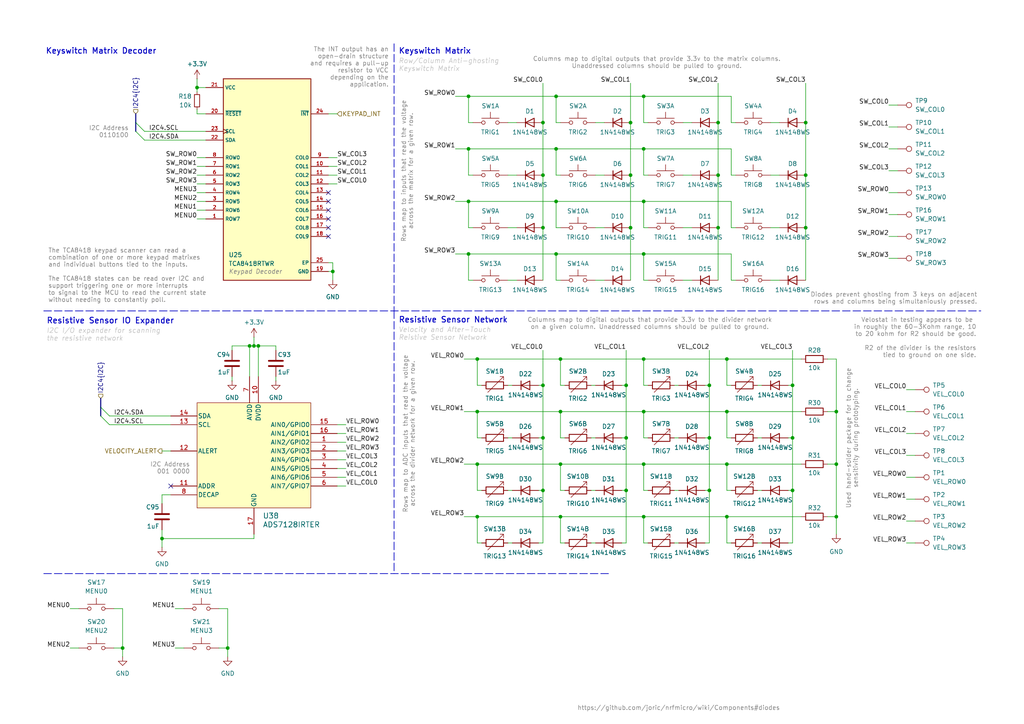
<source format=kicad_sch>
(kicad_sch (version 20250114) (generator "eeschema") (generator_version "9.0")
  (paper "A4")
  (text "Rows map to ADC inputs that read the voltage\nacross the divider network for a given row." (at 118.618 125.984 90) (effects (font (size 1.27 1.27))))
  (text "NOTE: Check circuit for crosstalk issues\nhttps://www.mdpi.com/1424-8220/16/2/155" (at 303.022 117.856 90) (effects (font (size 1.27 1.27)) (justify right bottom)))
  (text "The INT output has an\nopen-drain structure\nand requires a pull-up\nresistor to VCC\ndepending on the\napplication." (at 112.776 13.716 0) (effects (font (size 1.27 1.27) (thickness 0.1588)) (justify right top)))
  (text "Row/Column Anti-ghosting\nKeyswitch Matrix" (at 115.57 17.018 0) (effects (font (size 1.397 1.397) (italic yes)) (justify left top)))
  (text "https://www.moergo.com/collections/mcc-keycaps/products/double-shot-pbt-pc-mcc-and-mbk-convex-1u-96-pack-keycap-set?variant=50944481624337" (at 177.546 227.584 0) (effects (font (size 1.27 1.27))))
  (text "The TCA8418 keypad scanner can read a\ncombination of one or more keypad matrixes\nand individual buttons tied to the inputs.\n\nThe TCA8418 states can be read over I2C and\nsupport triggering one or more interrupts\nto signal to the MCU to read the current state\nwithout needing to constantly poll." (at 13.97 87.884 0) (effects (font (size 1.27 1.27) (thickness 0.1588)) (justify left bottom)))
  (text "Velocity and After-Touch\nReistive Sensor Network" (at 115.57 94.996 0) (effects (font (size 1.397 1.397) (italic yes)) (justify left top)))
  (text "Velostat in testing appears to be \nin roughly the 60-3Kohm range, 10\nto 20 kohm for R2 should be good.\n\nR2 of the divider is the resistors\ntied to ground on one side.\n" (at 283.21 92.202 0) (effects (font (size 1.27 1.27)) (justify right top)))
  (text "Resistive Sensor IO Expander" (at 13.462 92.202 0) (effects (font (size 1.651 1.651) (thickness 0.254) (bold yes)) (justify left top)))
  (text "ITS40FV3SR" (at 19.304 220.98 0) (effects (font (size 1.27 1.27))))
  (text "Keyswitch Matrix" (at 115.57 13.97 0) (effects (font (size 1.651 1.651) (thickness 0.254) (bold yes)) (justify left top)))
  (text "https://github.com/joric/nrfmicro/wiki/Components#diodes" (at 196.85 205.486 0) (effects (font (size 1.27 1.27))))
  (text "Keypad Decoder" (at 66.294 78.232 0) (effects (font (size 1.27 1.27) (thickness 0.1588) (italic yes)) (justify left top)))
  (text "I2C Address\n001 0000" (at 55.118 135.89 0) (effects (font (size 1.27 1.27)) (justify right)))
  (text "Keyswitch Matrix Decoder" (at 13.208 13.97 0) (effects (font (size 1.651 1.651) (thickness 0.254) (bold yes)) (justify left top)))
  (text "I2C Address\n0110100" (at 37.338 38.354 0) (effects (font (size 1.27 1.27)) (justify right)))
  (text "TODO: add navigation stick?\nhttps://tech.alpsalpine.com/e/products/detail/RKJXT1F42001/#ancFig4" (at 84.582 219.202 0) (effects (font (size 1.27 1.27) (thickness 0.254) (bold yes))))
  (text "Rows map to inputs that read the voltage\nacross the matrix for a given row." (at 118.11 49.784 90) (effects (font (size 1.27 1.27))))
  (text "I2C I/O expander for scanning\nthe resistive network" (at 13.462 95.25 0) (effects (font (size 1.397 1.397) (italic yes)) (justify left top)))
  (text "Used hand-solder package for to change\nsensitivity during prototyping." (at 247.142 127.254 90) (effects (font (size 1.27 1.27))))
  (text "Columns map to digital outputs that provide 3.3v to the matrix columns.\nUnaddressed columns should be pulled to ground." (at 190.5 16.51 0) (effects (font (size 1.27 1.27)) (justify top)))
  (text "Diodes prevent ghosting from 3 keys on adjacent\nrows and columns being simultaniously pressed." (at 283.464 88.392 0) (effects (font (size 1.27 1.27)) (justify right bottom)))
  (text "Columns map to digital outputs that provide 3.3v to the divider network\non a given column. Unaddressed columns should be pulled to ground." (at 188.468 92.202 0) (effects (font (size 1.27 1.27)) (justify top)))
  (text "Resistive Sensor Network" (at 115.57 91.948 0) (effects (font (size 1.651 1.651) (thickness 0.254) (bold yes)) (justify left top)))
  (junction (at 135.89 27.94))
  (junction (at 242.57 119.38))
  (junction (at 74.93 100.33))
  (junction (at 208.28 50.8))
  (junction (at 242.57 134.62))
  (junction (at 186.69 73.66))
  (junction (at 186.69 149.86))
  (junction (at 162.56 104.14))
  (junction (at 72.39 100.33))
  (junction (at 157.48 111.76))
  (junction (at 157.48 66.04))
  (junction (at 210.82 104.14))
  (junction (at 181.61 142.24))
  (junction (at 186.69 134.62))
  (junction (at 161.29 43.18))
  (junction (at 46.99 156.21))
  (junction (at 181.61 127))
  (junction (at 208.28 35.56))
  (junction (at 210.82 149.86))
  (junction (at 157.48 50.8))
  (junction (at 162.56 119.38))
  (junction (at 161.29 58.42))
  (junction (at 157.48 35.56))
  (junction (at 205.74 142.24))
  (junction (at 229.87 127))
  (junction (at 57.15 25.4))
  (junction (at 135.89 43.18))
  (junction (at 233.68 50.8))
  (junction (at 35.56 187.96))
  (junction (at 135.89 58.42))
  (junction (at 161.29 73.66))
  (junction (at 229.87 111.76))
  (junction (at 205.74 111.76))
  (junction (at 233.68 35.56))
  (junction (at 186.69 43.18))
  (junction (at 138.43 149.86))
  (junction (at 66.04 187.96))
  (junction (at 205.74 127))
  (junction (at 182.88 35.56))
  (junction (at 229.87 142.24))
  (junction (at 162.56 149.86))
  (junction (at 73.66 100.33))
  (junction (at 161.29 27.94))
  (junction (at 138.43 104.14))
  (junction (at 162.56 134.62))
  (junction (at 186.69 104.14))
  (junction (at 208.28 66.04))
  (junction (at 138.43 119.38))
  (junction (at 138.43 134.62))
  (junction (at 210.82 119.38))
  (junction (at 182.88 50.8))
  (junction (at 210.82 134.62))
  (junction (at 186.69 58.42))
  (junction (at 135.89 73.66))
  (junction (at 157.48 127))
  (junction (at 181.61 111.76))
  (junction (at 96.52 78.74))
  (junction (at 157.48 142.24))
  (junction (at 233.68 66.04))
  (junction (at 182.88 66.04))
  (junction (at 186.69 27.94))
  (junction (at 186.69 119.38))
  (junction (at 242.57 149.86))
  (no_connect (at 95.25 58.42))
  (no_connect (at 95.25 63.5))
  (no_connect (at 95.25 68.58))
  (no_connect (at 95.25 55.88))
  (no_connect (at 49.53 140.97))
  (no_connect (at 95.25 60.96))
  (no_connect (at 95.25 66.04))
  (bus_entry (at 41.91 38.1) (size -2.54 -2.54))
  (bus_entry (at 41.91 40.64) (size -2.54 -2.54))
  (bus_entry (at 31.75 120.65) (size -2.54 -2.54))
  (bus_entry (at 31.75 123.19) (size -2.54 -2.54))
  (wire (pts (xy 205.74 111.76) (xy 205.74 127)))
  (wire (pts (xy 161.29 43.18) (xy 161.29 50.8)))
  (wire (pts (xy 210.82 127) (xy 212.09 127)))
  (wire (pts (xy 186.69 119.38) (xy 210.82 119.38)))
  (wire (pts (xy 134.62 119.38) (xy 138.43 119.38)))
  (wire (pts (xy 187.96 81.28) (xy 186.69 81.28)))
  (wire (pts (xy 186.69 27.94) (xy 186.69 35.56)))
  (bus (pts (xy 29.21 118.11) (xy 29.21 120.65)))
  (wire (pts (xy 147.32 35.56) (xy 149.86 35.56)))
  (wire (pts (xy 162.56 111.76) (xy 163.83 111.76)))
  (wire (pts (xy 172.72 35.56) (xy 175.26 35.56)))
  (wire (pts (xy 31.75 123.19) (xy 49.53 123.19)))
  (wire (pts (xy 57.15 55.88) (xy 59.69 55.88)))
  (wire (pts (xy 67.31 100.33) (xy 67.31 101.6)))
  (wire (pts (xy 210.82 111.76) (xy 212.09 111.76)))
  (wire (pts (xy 187.96 66.04) (xy 186.69 66.04)))
  (wire (pts (xy 135.89 73.66) (xy 135.89 81.28)))
  (wire (pts (xy 57.15 25.4) (xy 57.15 26.67)))
  (wire (pts (xy 33.02 176.53) (xy 35.56 176.53)))
  (wire (pts (xy 74.93 100.33) (xy 80.01 100.33)))
  (wire (pts (xy 229.87 127) (xy 229.87 142.24)))
  (wire (pts (xy 212.09 73.66) (xy 212.09 81.28)))
  (wire (pts (xy 20.32 176.53) (xy 22.86 176.53)))
  (wire (pts (xy 162.56 119.38) (xy 186.69 119.38)))
  (wire (pts (xy 97.79 125.73) (xy 100.33 125.73)))
  (wire (pts (xy 205.74 127) (xy 205.74 142.24)))
  (wire (pts (xy 186.69 119.38) (xy 186.69 127)))
  (wire (pts (xy 80.01 109.22) (xy 80.01 110.49)))
  (wire (pts (xy 59.69 25.4) (xy 57.15 25.4)))
  (wire (pts (xy 157.48 127) (xy 157.48 142.24)))
  (polyline (pts (xy 114.3 90.17) (xy 114.3 166.37)) (stroke (width 0.2032) (type dash)))
  (wire (pts (xy 172.72 50.8) (xy 175.26 50.8)))
  (wire (pts (xy 162.56 149.86) (xy 186.69 149.86)))
  (wire (pts (xy 148.59 157.48) (xy 147.32 157.48)))
  (wire (pts (xy 204.47 127) (xy 205.74 127)))
  (wire (pts (xy 95.25 78.74) (xy 96.52 78.74)))
  (wire (pts (xy 180.34 142.24) (xy 181.61 142.24)))
  (wire (pts (xy 66.04 176.53) (xy 66.04 187.96)))
  (wire (pts (xy 147.32 142.24) (xy 148.59 142.24)))
  (wire (pts (xy 242.57 149.86) (xy 242.57 154.94)))
  (wire (pts (xy 157.48 24.13) (xy 157.48 35.56)))
  (wire (pts (xy 161.29 58.42) (xy 186.69 58.42)))
  (wire (pts (xy 181.61 101.6) (xy 181.61 111.76)))
  (wire (pts (xy 186.69 149.86) (xy 186.69 157.48)))
  (wire (pts (xy 257.81 55.88) (xy 260.35 55.88)))
  (wire (pts (xy 257.81 43.18) (xy 260.35 43.18)))
  (wire (pts (xy 162.56 149.86) (xy 162.56 157.48)))
  (wire (pts (xy 20.32 187.96) (xy 22.86 187.96)))
  (wire (pts (xy 138.43 119.38) (xy 162.56 119.38)))
  (wire (pts (xy 210.82 119.38) (xy 232.41 119.38)))
  (wire (pts (xy 223.52 81.28) (xy 226.06 81.28)))
  (wire (pts (xy 181.61 111.76) (xy 181.61 127)))
  (wire (pts (xy 210.82 104.14) (xy 210.82 111.76)))
  (wire (pts (xy 212.09 27.94) (xy 212.09 35.56)))
  (wire (pts (xy 132.08 27.94) (xy 135.89 27.94)))
  (wire (pts (xy 49.53 143.51) (xy 46.99 143.51)))
  (wire (pts (xy 63.5 176.53) (xy 66.04 176.53)))
  (wire (pts (xy 186.69 142.24) (xy 187.96 142.24)))
  (wire (pts (xy 186.69 43.18) (xy 186.69 50.8)))
  (wire (pts (xy 147.32 66.04) (xy 149.86 66.04)))
  (wire (pts (xy 57.15 53.34) (xy 59.69 53.34)))
  (wire (pts (xy 162.56 134.62) (xy 186.69 134.62)))
  (wire (pts (xy 63.5 187.96) (xy 66.04 187.96)))
  (wire (pts (xy 132.08 73.66) (xy 135.89 73.66)))
  (wire (pts (xy 186.69 104.14) (xy 210.82 104.14)))
  (wire (pts (xy 157.48 35.56) (xy 157.48 50.8)))
  (wire (pts (xy 210.82 134.62) (xy 210.82 142.24)))
  (wire (pts (xy 138.43 134.62) (xy 162.56 134.62)))
  (wire (pts (xy 138.43 157.48) (xy 139.7 157.48)))
  (wire (pts (xy 229.87 142.24) (xy 229.87 157.48)))
  (wire (pts (xy 147.32 81.28) (xy 149.86 81.28)))
  (wire (pts (xy 223.52 66.04) (xy 226.06 66.04)))
  (wire (pts (xy 223.52 50.8) (xy 226.06 50.8)))
  (wire (pts (xy 219.71 127) (xy 220.98 127)))
  (wire (pts (xy 186.69 134.62) (xy 186.69 142.24)))
  (wire (pts (xy 198.12 81.28) (xy 200.66 81.28)))
  (wire (pts (xy 137.16 50.8) (xy 135.89 50.8)))
  (wire (pts (xy 240.03 104.14) (xy 242.57 104.14)))
  (wire (pts (xy 262.89 119.38) (xy 265.43 119.38)))
  (wire (pts (xy 181.61 127) (xy 181.61 142.24)))
  (wire (pts (xy 95.25 76.2) (xy 96.52 76.2)))
  (wire (pts (xy 182.88 35.56) (xy 182.88 50.8)))
  (wire (pts (xy 161.29 43.18) (xy 186.69 43.18)))
  (wire (pts (xy 157.48 66.04) (xy 157.48 81.28)))
  (wire (pts (xy 172.72 66.04) (xy 175.26 66.04)))
  (wire (pts (xy 31.75 120.65) (xy 49.53 120.65)))
  (wire (pts (xy 195.58 142.24) (xy 196.85 142.24)))
  (wire (pts (xy 46.99 130.81) (xy 49.53 130.81)))
  (wire (pts (xy 223.52 35.56) (xy 226.06 35.56)))
  (wire (pts (xy 161.29 27.94) (xy 186.69 27.94)))
  (wire (pts (xy 162.56 157.48) (xy 163.83 157.48)))
  (wire (pts (xy 97.79 133.35) (xy 100.33 133.35)))
  (wire (pts (xy 132.08 58.42) (xy 135.89 58.42)))
  (wire (pts (xy 198.12 66.04) (xy 200.66 66.04)))
  (wire (pts (xy 135.89 43.18) (xy 161.29 43.18)))
  (wire (pts (xy 262.89 113.03) (xy 265.43 113.03)))
  (wire (pts (xy 161.29 73.66) (xy 161.29 81.28)))
  (wire (pts (xy 95.25 45.72) (xy 97.79 45.72)))
  (wire (pts (xy 257.81 36.83) (xy 260.35 36.83)))
  (wire (pts (xy 208.28 50.8) (xy 208.28 66.04)))
  (wire (pts (xy 135.89 73.66) (xy 161.29 73.66)))
  (wire (pts (xy 97.79 123.19) (xy 100.33 123.19)))
  (bus (pts (xy 29.21 115.57) (xy 29.21 118.11)))
  (wire (pts (xy 35.56 176.53) (xy 35.56 187.96)))
  (wire (pts (xy 242.57 134.62) (xy 240.03 134.62)))
  (wire (pts (xy 242.57 104.14) (xy 242.57 119.38)))
  (wire (pts (xy 161.29 27.94) (xy 161.29 35.56)))
  (wire (pts (xy 134.62 104.14) (xy 138.43 104.14)))
  (wire (pts (xy 210.82 119.38) (xy 210.82 127)))
  (wire (pts (xy 162.56 134.62) (xy 162.56 142.24)))
  (wire (pts (xy 137.16 66.04) (xy 135.89 66.04)))
  (wire (pts (xy 228.6 127) (xy 229.87 127)))
  (wire (pts (xy 205.74 157.48) (xy 204.47 157.48)))
  (wire (pts (xy 233.68 24.13) (xy 233.68 35.56)))
  (wire (pts (xy 182.88 24.13) (xy 182.88 35.56)))
  (polyline (pts (xy 114.3 12.7) (xy 114.3 90.17)) (stroke (width 0.2032) (type dash)))
  (wire (pts (xy 162.56 81.28) (xy 161.29 81.28)))
  (wire (pts (xy 242.57 149.86) (xy 240.03 149.86)))
  (wire (pts (xy 171.45 142.24) (xy 172.72 142.24)))
  (wire (pts (xy 208.28 66.04) (xy 208.28 81.28)))
  (wire (pts (xy 242.57 119.38) (xy 242.57 134.62)))
  (wire (pts (xy 186.69 58.42) (xy 186.69 66.04)))
  (wire (pts (xy 137.16 81.28) (xy 135.89 81.28)))
  (wire (pts (xy 210.82 149.86) (xy 232.41 149.86)))
  (wire (pts (xy 80.01 100.33) (xy 80.01 101.6)))
  (wire (pts (xy 138.43 119.38) (xy 138.43 127)))
  (wire (pts (xy 46.99 143.51) (xy 46.99 146.05)))
  (wire (pts (xy 135.89 58.42) (xy 161.29 58.42)))
  (wire (pts (xy 57.15 60.96) (xy 59.69 60.96)))
  (wire (pts (xy 50.8 176.53) (xy 53.34 176.53)))
  (wire (pts (xy 198.12 35.56) (xy 200.66 35.56)))
  (wire (pts (xy 57.15 31.75) (xy 57.15 33.02)))
  (wire (pts (xy 195.58 127) (xy 196.85 127)))
  (wire (pts (xy 181.61 157.48) (xy 180.34 157.48)))
  (wire (pts (xy 157.48 142.24) (xy 157.48 157.48)))
  (wire (pts (xy 186.69 27.94) (xy 212.09 27.94)))
  (bus (pts (xy 39.37 35.56) (xy 39.37 38.1)))
  (wire (pts (xy 242.57 119.38) (xy 240.03 119.38)))
  (wire (pts (xy 210.82 142.24) (xy 212.09 142.24)))
  (wire (pts (xy 132.08 43.18) (xy 135.89 43.18)))
  (wire (pts (xy 97.79 128.27) (xy 100.33 128.27)))
  (wire (pts (xy 181.61 142.24) (xy 181.61 157.48)))
  (polyline (pts (xy 12.7 166.37) (xy 176.53 166.37)) (stroke (width 0.2032) (type dash)))
  (wire (pts (xy 157.48 157.48) (xy 156.21 157.48)))
  (wire (pts (xy 229.87 111.76) (xy 229.87 127)))
  (wire (pts (xy 186.69 73.66) (xy 212.09 73.66)))
  (wire (pts (xy 147.32 50.8) (xy 149.86 50.8)))
  (wire (pts (xy 57.15 58.42) (xy 59.69 58.42)))
  (wire (pts (xy 187.96 35.56) (xy 186.69 35.56)))
  (wire (pts (xy 57.15 45.72) (xy 59.69 45.72)))
  (wire (pts (xy 205.74 142.24) (xy 205.74 157.48)))
  (wire (pts (xy 229.87 101.6) (xy 229.87 111.76)))
  (wire (pts (xy 186.69 58.42) (xy 212.09 58.42)))
  (wire (pts (xy 96.52 76.2) (xy 96.52 78.74)))
  (wire (pts (xy 262.89 144.78) (xy 265.43 144.78)))
  (wire (pts (xy 135.89 27.94) (xy 161.29 27.94)))
  (wire (pts (xy 172.72 81.28) (xy 175.26 81.28)))
  (wire (pts (xy 210.82 104.14) (xy 232.41 104.14)))
  (wire (pts (xy 57.15 50.8) (xy 59.69 50.8)))
  (wire (pts (xy 220.98 157.48) (xy 219.71 157.48)))
  (wire (pts (xy 72.39 100.33) (xy 72.39 109.22)))
  (wire (pts (xy 186.69 127) (xy 187.96 127)))
  (wire (pts (xy 57.15 63.5) (xy 59.69 63.5)))
  (bus (pts (xy 39.37 33.02) (xy 39.37 35.56)))
  (wire (pts (xy 262.89 132.08) (xy 265.43 132.08)))
  (wire (pts (xy 72.39 100.33) (xy 67.31 100.33)))
  (wire (pts (xy 219.71 142.24) (xy 220.98 142.24)))
  (wire (pts (xy 67.31 109.22) (xy 67.31 110.49)))
  (wire (pts (xy 162.56 35.56) (xy 161.29 35.56)))
  (wire (pts (xy 171.45 127) (xy 172.72 127)))
  (wire (pts (xy 262.89 125.73) (xy 265.43 125.73)))
  (wire (pts (xy 33.02 187.96) (xy 35.56 187.96)))
  (wire (pts (xy 262.89 138.43) (xy 265.43 138.43)))
  (wire (pts (xy 41.91 40.64) (xy 59.69 40.64)))
  (wire (pts (xy 187.96 50.8) (xy 186.69 50.8)))
  (wire (pts (xy 138.43 149.86) (xy 162.56 149.86)))
  (wire (pts (xy 73.66 100.33) (xy 74.93 100.33)))
  (wire (pts (xy 229.87 157.48) (xy 228.6 157.48)))
  (wire (pts (xy 97.79 130.81) (xy 100.33 130.81)))
  (wire (pts (xy 212.09 43.18) (xy 212.09 50.8)))
  (wire (pts (xy 186.69 43.18) (xy 212.09 43.18)))
  (wire (pts (xy 233.68 35.56) (xy 233.68 50.8)))
  (wire (pts (xy 257.81 74.93) (xy 260.35 74.93)))
  (wire (pts (xy 233.68 50.8) (xy 233.68 66.04)))
  (wire (pts (xy 138.43 134.62) (xy 138.43 142.24)))
  (wire (pts (xy 204.47 142.24) (xy 205.74 142.24)))
  (wire (pts (xy 97.79 140.97) (xy 100.33 140.97)))
  (wire (pts (xy 262.89 157.48) (xy 265.43 157.48)))
  (wire (pts (xy 74.93 100.33) (xy 74.93 109.22)))
  (wire (pts (xy 171.45 111.76) (xy 172.72 111.76)))
  (wire (pts (xy 162.56 50.8) (xy 161.29 50.8)))
  (wire (pts (xy 97.79 135.89) (xy 100.33 135.89)))
  (wire (pts (xy 138.43 142.24) (xy 139.7 142.24)))
  (wire (pts (xy 41.91 38.1) (xy 59.69 38.1)))
  (wire (pts (xy 180.34 111.76) (xy 181.61 111.76)))
  (wire (pts (xy 147.32 127) (xy 148.59 127)))
  (wire (pts (xy 205.74 101.6) (xy 205.74 111.76)))
  (wire (pts (xy 213.36 50.8) (xy 212.09 50.8)))
  (wire (pts (xy 257.81 68.58) (xy 260.35 68.58)))
  (wire (pts (xy 213.36 66.04) (xy 212.09 66.04)))
  (wire (pts (xy 138.43 111.76) (xy 139.7 111.76)))
  (wire (pts (xy 95.25 53.34) (xy 97.79 53.34)))
  (wire (pts (xy 156.21 127) (xy 157.48 127)))
  (wire (pts (xy 57.15 33.02) (xy 59.69 33.02)))
  (wire (pts (xy 195.58 111.76) (xy 196.85 111.76)))
  (wire (pts (xy 210.82 134.62) (xy 232.41 134.62)))
  (wire (pts (xy 213.36 35.56) (xy 212.09 35.56)))
  (wire (pts (xy 262.89 151.13) (xy 265.43 151.13)))
  (wire (pts (xy 257.81 62.23) (xy 260.35 62.23)))
  (wire (pts (xy 50.8 187.96) (xy 53.34 187.96)))
  (wire (pts (xy 134.62 149.86) (xy 138.43 149.86)))
  (polyline (pts (xy 12.7 90.17) (xy 284.48 90.17)) (stroke (width 0.2032) (type dash)))
  (wire (pts (xy 157.48 101.6) (xy 157.48 111.76)))
  (wire (pts (xy 73.66 97.79) (xy 73.66 100.33)))
  (wire (pts (xy 198.12 50.8) (xy 200.66 50.8)))
  (wire (pts (xy 162.56 119.38) (xy 162.56 127)))
  (wire (pts (xy 46.99 153.67) (xy 46.99 156.21)))
  (wire (pts (xy 57.15 48.26) (xy 59.69 48.26)))
  (wire (pts (xy 228.6 111.76) (xy 229.87 111.76)))
  (wire (pts (xy 96.52 78.74) (xy 96.52 81.28)))
  (wire (pts (xy 186.69 134.62) (xy 210.82 134.62)))
  (wire (pts (xy 46.99 156.21) (xy 73.66 156.21)))
  (wire (pts (xy 95.25 33.02) (xy 97.79 33.02)))
  (wire (pts (xy 156.21 111.76) (xy 157.48 111.76)))
  (wire (pts (xy 180.34 127) (xy 181.61 127)))
  (wire (pts (xy 147.32 111.76) (xy 148.59 111.76)))
  (wire (pts (xy 172.72 157.48) (xy 171.45 157.48)))
  (wire (pts (xy 46.99 156.21) (xy 46.99 158.75)))
  (wire (pts (xy 72.39 100.33) (xy 73.66 100.33)))
  (wire (pts (xy 135.89 58.42) (xy 135.89 66.04)))
  (wire (pts (xy 35.56 187.96) (xy 35.56 190.5)))
  (wire (pts (xy 186.69 149.86) (xy 210.82 149.86)))
  (wire (pts (xy 156.21 142.24) (xy 157.48 142.24)))
  (wire (pts (xy 161.29 58.42) (xy 161.29 66.04)))
  (wire (pts (xy 210.82 149.86) (xy 210.82 157.48)))
  (wire (pts (xy 57.15 22.86) (xy 57.15 25.4)))
  (wire (pts (xy 204.47 111.76) (xy 205.74 111.76)))
  (wire (pts (xy 186.69 73.66) (xy 186.69 81.28)))
  (wire (pts (xy 182.88 66.04) (xy 182.88 81.28)))
  (wire (pts (xy 210.82 157.48) (xy 212.09 157.48)))
  (wire (pts (xy 242.57 134.62) (xy 242.57 149.86)))
  (wire (pts (xy 157.48 50.8) (xy 157.48 66.04)))
  (wire (pts (xy 186.69 104.14) (xy 186.69 111.76)))
  (wire (pts (xy 138.43 127) (xy 139.7 127)))
  (wire (pts (xy 157.48 111.76) (xy 157.48 127)))
  (wire (pts (xy 186.69 111.76) (xy 187.96 111.76)))
  (wire (pts (xy 161.29 73.66) (xy 186.69 73.66)))
  (wire (pts (xy 162.56 104.14) (xy 186.69 104.14)))
  (wire (pts (xy 162.56 104.14) (xy 162.56 111.76)))
  (wire (pts (xy 233.68 66.04) (xy 233.68 81.28)))
  (wire (pts (xy 219.71 111.76) (xy 220.98 111.76)))
  (wire (pts (xy 212.09 58.42) (xy 212.09 66.04)))
  (wire (pts (xy 182.88 50.8) (xy 182.88 66.04)))
  (wire (pts (xy 213.36 81.28) (xy 212.09 81.28)))
  (wire (pts (xy 138.43 104.14) (xy 138.43 111.76)))
  (wire (pts (xy 138.43 149.86) (xy 138.43 157.48)))
  (wire (pts (xy 95.25 50.8) (xy 97.79 50.8)))
  (wire (pts (xy 138.43 104.14) (xy 162.56 104.14)))
  (wire (pts (xy 186.69 157.48) (xy 187.96 157.48)))
  (wire (pts (xy 196.85 157.48) (xy 195.58 157.48)))
  (wire (pts (xy 97.79 138.43) (xy 100.33 138.43)))
  (wire (pts (xy 135.89 43.18) (xy 135.89 50.8)))
  (wire (pts (xy 95.25 48.26) (xy 97.79 48.26)))
  (wire (pts (xy 66.04 187.96) (xy 66.04 190.5)))
  (wire (pts (xy 162.56 142.24) (xy 163.83 142.24)))
  (wire (pts (xy 137.16 35.56) (xy 135.89 35.56)))
  (wire (pts (xy 162.56 66.04) (xy 161.29 66.04)))
  (wire (pts (xy 134.62 134.62) (xy 138.43 134.62)))
  (wire (pts (xy 73.66 154.94) (xy 73.66 156.21)))
  (wire (pts (xy 208.28 35.56) (xy 208.28 50.8)))
  (wire (pts (xy 208.28 24.13) (xy 208.28 35.56)))
  (wire (pts (xy 228.6 142.24) (xy 229.87 142.24)))
  (wire (pts (xy 162.56 127) (xy 163.83 127)))
  (wire (pts (xy 257.81 49.53) (xy 260.35 49.53)))
  (wire (pts (xy 257.81 30.48) (xy 260.35 30.48)))
  (wire (pts (xy 135.89 27.94) (xy 135.89 35.56)))
  (label "VEL_ROW1" (at 262.89 144.78 180))
  (label "VEL_ROW2" (at 100.33 128.27 0))
  (label "VEL_ROW3" (at 100.33 130.81 0))
  (label "VEL_COL1" (at 262.89 119.38 180))
  (label "SW_ROW1" (at 257.81 62.23 180))
  (label "VEL_ROW1" (at 134.62 119.38 180))
  (label "MENU2" (at 57.15 58.42 180) (effects (font (thickness 0.1588))))
  (label "SW_ROW0" (at 132.08 27.94 180))
  (label "VEL_ROW0" (at 100.33 123.19 0))
  (label "VEL_ROW3" (at 134.62 149.86 180))
  (label "MENU0" (at 20.32 176.53 180) (effects (font (thickness 0.1588))))
  (label "VEL_ROW0" (at 134.62 104.14 180))
  (label "SW_ROW0" (at 57.15 45.72 180))
  (label "SW_ROW3" (at 57.15 53.34 180))
  (label "VEL_COL3" (at 229.87 101.6 180))
  (label "I2C4.SCL" (at 33.02 123.19 0))
  (label "SW_ROW0" (at 257.81 55.88 180))
  (label "VEL_COL1" (at 100.33 138.43 0))
  (label "SW_COL0" (at 97.79 53.34 0))
  (label "SW_COL0" (at 257.81 30.48 180))
  (label "SW_COL2" (at 208.28 24.13 180))
  (label "SW_ROW2" (at 132.08 58.42 180))
  (label "I2C4.SDA" (at 43.18 40.64 0))
  (label "MENU0" (at 57.15 63.5 180) (effects (font (thickness 0.1588))))
  (label "SW_COL3" (at 233.68 24.13 180))
  (label "SW_COL3" (at 97.79 45.72 0))
  (label "SW_ROW3" (at 257.81 74.93 180))
  (label "VEL_ROW0" (at 262.89 138.43 180))
  (label "VEL_COL2" (at 100.33 135.89 0))
  (label "SW_COL1" (at 97.79 50.8 0))
  (label "VEL_COL2" (at 205.74 101.6 180))
  (label "MENU1" (at 50.8 176.53 180) (effects (font (thickness 0.1588))))
  (label "VEL_COL1" (at 181.61 101.6 180))
  (label "VEL_ROW2" (at 262.89 151.13 180))
  (label "VEL_COL3" (at 100.33 133.35 0))
  (label "VEL_COL0" (at 157.48 101.6 180))
  (label "SW_COL1" (at 182.88 24.13 180))
  (label "VEL_COL0" (at 100.33 140.97 0))
  (label "I2C4.SCL" (at 43.18 38.1 0))
  (label "MENU3" (at 57.15 55.88 180) (effects (font (thickness 0.1588))))
  (label "VEL_COL3" (at 262.89 132.08 180))
  (label "VEL_ROW3" (at 262.89 157.48 180))
  (label "I2C4.SDA" (at 33.02 120.65 0))
  (label "SW_COL2" (at 257.81 43.18 180))
  (label "SW_ROW2" (at 257.81 68.58 180))
  (label "VEL_COL0" (at 262.89 113.03 180))
  (label "SW_ROW1" (at 57.15 48.26 180))
  (label "SW_COL2" (at 97.79 48.26 0))
  (label "MENU2" (at 20.32 187.96 180) (effects (font (thickness 0.1588))))
  (label "VEL_COL2" (at 262.89 125.73 180))
  (label "MENU3" (at 50.8 187.96 180) (effects (font (thickness 0.1588))))
  (label "SW_ROW3" (at 132.08 73.66 180))
  (label "SW_COL1" (at 257.81 36.83 180))
  (label "VEL_ROW1" (at 100.33 125.73 0))
  (label "SW_COL3" (at 257.81 49.53 180))
  (label "SW_ROW1" (at 132.08 43.18 180))
  (label "MENU1" (at 57.15 60.96 180) (effects (font (thickness 0.1588))))
  (label "SW_ROW2" (at 57.15 50.8 180))
  (label "SW_COL0" (at 157.48 24.13 180))
  (label "VEL_ROW2" (at 134.62 134.62 180))
  (hierarchical_label "VELOCITY_ALERT" (shape output) (at 46.99 130.81 180))
  (hierarchical_label "I2C4{I2C}" (shape input) (at 29.21 115.57 90))
  (hierarchical_label "I2C4{I2C}" (shape input) (at 39.37 33.02 90))
  (hierarchical_label "KEYPAD_INT" (shape input) (at 97.79 33.02 0))
  (symbol (lib_id "Connector:TestPoint") (at 260.35 43.18 270) (unit 1) (in_bom no)
    (property "Reference" "TP11" (at 265.43 41.9099 90) (effects (justify left)))
    (property "Value" "SW_COL2" (at 265.43 44.4499 90) (effects (justify left)))
    (property "Footprint" "TestPoint:TestPoint_Pad_D1.0mm" (effects (hide yes)))
    (property "Description" "test point" (effects (hide yes)))
  )
  (symbol (lib_id "Connector:TestPoint") (at 260.35 62.23 270) (unit 1) (in_bom no)
    (property "Reference" "TP16" (at 265.43 60.9599 90) (effects (justify left)))
    (property "Value" "SW_ROW1" (at 265.43 63.4999 90) (effects (justify left)))
    (property "Footprint" "TestPoint:TestPoint_Pad_D1.0mm" (effects (hide yes)))
    (property "Description" "test point" (effects (hide yes)))
  )
  (symbol (lib_id "Device:D") (at 179.07 35.56 0) (mirror x) (unit 1)
    (property "Reference" "D2" (at 179.07 32.258 0))
    (property "Value" "1N4148WS" (at 179.07 38.354 0))
    (property "Footprint" "Diode_SMD:D_SOD-323" (effects (hide yes)))
    (property "Description" "Diode" (effects (hide yes)))
    (property "JLC" "C2128" (effects (hide yes)))
  )
  (symbol (lib_id "Device:D") (at 224.79 127 0) (mirror x) (unit 1)
    (property "Reference" "D29" (at 224.79 123.698 0))
    (property "Value" "1N4148WS" (at 224.79 129.794 0))
    (property "Footprint" "Diode_SMD:D_SOD-323" (effects (hide yes)))
    (property "Description" "Diode" (effects (hide yes)))
    (property "JLC" "C2128" (effects (hide yes)))
  )
  (symbol (lib_id "Connector:TestPoint") (at 265.43 125.73 270) (unit 1) (in_bom no)
    (property "Reference" "TP7" (at 270.51 124.4599 90) (effects (justify left)))
    (property "Value" "VEL_COL2" (at 270.51 126.9999 90) (effects (justify left)))
    (property "Footprint" "TestPoint:TestPoint_Pad_D1.0mm" (effects (hide yes)))
    (property "Description" "test point" (effects (hide yes)))
  )
  (symbol (lib_id "Connector:TestPoint") (at 260.35 30.48 270) (unit 1) (in_bom no)
    (property "Reference" "TP9" (at 265.43 29.2099 90) (effects (justify left)))
    (property "Value" "SW_COL0" (at 265.43 31.7499 90) (effects (justify left)))
    (property "Footprint" "TestPoint:TestPoint_Pad_D1.0mm" (effects (hide yes)))
    (property "Description" "test point" (effects (hide yes)))
  )
  (symbol (lib_id "power:+3.3V") (at 73.66 97.79 0) (unit 1)
    (property "Reference" "#PWR0138" (effects (hide yes)))
    (property "Value" "+3.3V" (at 73.66 93.472 0))
    (property "Description" "Power symbol creates a global label with name \"+3.3V\"" (effects (hide yes)))
  )
  (symbol (lib_name "SW_Push_Pressure_1") (lib_id "pocket_synth:SW_Push_Pressure") (at 215.9 157.48 0) (unit 2) (in_bom no)
    (property "Reference" "SW16" (at 215.9 153.416 0))
    (property "Value" "TRIG16" (at 215.9 161.29 0))
    (property "Footprint" "pocket_synth:SW_Hotswap_Kailh_Choc_V1_1.00u_Pressure" (effects (hide yes)))
    (property "Description" "Push button switch, generic, two pins" (effects (hide yes)))
    (property "JLC" "C5333465" (effects (hide yes)))
    (property "FT Layer Override" "bottom" (effects (hide yes)))
  )
  (symbol (lib_id "Connector:TestPoint") (at 260.35 49.53 270) (unit 1) (in_bom no)
    (property "Reference" "TP12" (at 265.43 48.2599 90) (effects (justify left)))
    (property "Value" "SW_COL3" (at 265.43 50.7999 90) (effects (justify left)))
    (property "Footprint" "TestPoint:TestPoint_Pad_D1.0mm" (effects (hide yes)))
    (property "Description" "test point" (effects (hide yes)))
  )
  (symbol (lib_id "Device:D") (at 152.4 127 0) (mirror x) (unit 1)
    (property "Reference" "D26" (at 152.4 123.698 0))
    (property "Value" "1N4148WS" (at 152.4 129.794 0))
    (property "Footprint" "Diode_SMD:D_SOD-323" (effects (hide yes)))
    (property "Description" "Diode" (effects (hide yes)))
    (property "JLC" "C2128" (effects (hide yes)))
  )
  (symbol (lib_id "Device:D") (at 204.47 50.8 0) (mirror x) (unit 1)
    (property "Reference" "D7" (at 204.47 47.498 0))
    (property "Value" "1N4148WS" (at 204.47 53.594 0))
    (property "Footprint" "Diode_SMD:D_SOD-323" (effects (hide yes)))
    (property "Description" "Diode" (effects (hide yes)))
    (property "JLC" "C2128" (effects (hide yes)))
  )
  (symbol (lib_id "pocket_synth:SW_Push_Pressure") (at 167.64 142.24 0) (unit 2) (in_bom no)
    (property "Reference" "SW10" (at 167.64 138.176 0))
    (property "Value" "TRIG10" (at 167.64 146.05 0))
    (property "Footprint" "pocket_synth:SW_Hotswap_Kailh_Choc_V1_1.00u_Pressure" (effects (hide yes)))
    (property "Description" "Push button switch, generic, two pins" (effects (hide yes)))
    (property "JLC" "C5333465" (effects (hide yes)))
    (property "FT Layer Override" "bottom" (effects (hide yes)))
  )
  (symbol (lib_id "pocket_synth:SW_Push_Pressure") (at 167.64 50.8 0) (unit 1) (in_bom no)
    (property "Reference" "SW6" (at 167.64 45.974 0))
    (property "Value" "TRIG6" (at 167.64 52.832 0) (effects (justify top)))
    (property "Footprint" "pocket_synth:SW_Hotswap_Kailh_Choc_V1_1.00u_Pressure" (effects (hide yes)))
    (property "Description" "Push button switch, generic, two pins" (effects (hide yes)))
    (property "JLC" "C5333465" (effects (hide yes)))
    (property "FT Layer Override" "bottom" (effects (hide yes)))
  )
  (symbol (lib_id "Device:D") (at 176.53 111.76 0) (mirror x) (unit 1)
    (property "Reference" "D23" (at 176.53 108.458 0))
    (property "Value" "1N4148WS" (at 176.53 114.554 0))
    (property "Footprint" "Diode_SMD:D_SOD-323" (effects (hide yes)))
    (property "Description" "Diode" (effects (hide yes)))
    (property "JLC" "C2128" (effects (hide yes)))
  )
  (symbol (lib_id "pocket_synth:SW_Push_Pressure") (at 215.9 142.24 0) (unit 2) (in_bom no)
    (property "Reference" "SW12" (at 215.9 138.176 0))
    (property "Value" "TRIG12" (at 215.9 146.05 0))
    (property "Footprint" "pocket_synth:SW_Hotswap_Kailh_Choc_V1_1.00u_Pressure" (effects (hide yes)))
    (property "Description" "Push button switch, generic, two pins" (effects (hide yes)))
    (property "JLC" "C5333465" (effects (hide yes)))
    (property "FT Layer Override" "bottom" (effects (hide yes)))
  )
  (symbol (lib_id "power:+3.3V") (at 57.15 22.86 0) (unit 1)
    (property "Reference" "#PWR0125" (effects (hide yes)))
    (property "Value" "+3.3V" (at 57.15 18.542 0))
    (property "Description" "Power symbol creates a global label with name \"+3.3V\"" (effects (hide yes)))
  )
  (symbol (lib_id "pocket_synth:SW_Push_Pressure") (at 191.77 142.24 0) (unit 2) (in_bom no)
    (property "Reference" "SW11" (at 191.77 138.176 0))
    (property "Value" "TRIG11" (at 191.77 146.05 0))
    (property "Footprint" "pocket_synth:SW_Hotswap_Kailh_Choc_V1_1.00u_Pressure" (effects (hide yes)))
    (property "Description" "Push button switch, generic, two pins" (effects (hide yes)))
    (property "JLC" "C5333465" (effects (hide yes)))
    (property "FT Layer Override" "bottom" (effects (hide yes)))
  )
  (symbol (lib_id "Connector:TestPoint") (at 260.35 55.88 270) (unit 1) (in_bom no)
    (property "Reference" "TP13" (at 265.43 54.6099 90) (effects (justify left)))
    (property "Value" "SW_ROW0" (at 265.43 57.1499 90) (effects (justify left)))
    (property "Footprint" "TestPoint:TestPoint_Pad_D1.0mm" (effects (hide yes)))
    (property "Description" "test point" (effects (hide yes)))
  )
  (symbol (lib_id "Connector:TestPoint") (at 265.43 151.13 270) (unit 1) (in_bom no)
    (property "Reference" "TP3" (at 270.51 149.8599 90) (effects (justify left)))
    (property "Value" "VEL_ROW2" (at 270.51 152.3999 90) (effects (justify left)))
    (property "Footprint" "TestPoint:TestPoint_Pad_D1.0mm" (effects (hide yes)))
    (property "Description" "test point" (effects (hide yes)))
  )
  (symbol (lib_id "Connector:TestPoint") (at 260.35 68.58 270) (unit 1) (in_bom no)
    (property "Reference" "TP17" (at 265.43 67.3099 90) (effects (justify left)))
    (property "Value" "SW_ROW2" (at 265.43 69.8499 90) (effects (justify left)))
    (property "Footprint" "TestPoint:TestPoint_Pad_D1.0mm" (effects (hide yes)))
    (property "Description" "test point" (effects (hide yes)))
  )
  (symbol (lib_id "pocket_synth:TCA8418RTWR") (at 77.47 52.07 0) (unit 1)
    (property "Reference" "U25" (at 66.294 73.914 0) (effects (justify left)))
    (property "Value" "TCA8418RTWR" (at 66.294 76.454 0) (effects (justify left)))
    (property "Footprint" "Package_DFN_QFN:WQFN-24-1EP_4x4mm_P0.5mm_EP2.45x2.45mm" (effects (hide yes)))
    (property "Datasheet" "https://www.ti.com/lit/ds/symlink/tca8418.pdf?ts=1754456323928" (effects (hide yes)))
    (property "JLC" "C138713" (effects (hide yes)))
  )
  (symbol (lib_id "pocket_synth:SW_Push_Pressure") (at 215.9 127 0) (unit 2) (in_bom no)
    (property "Reference" "SW8" (at 215.9 122.936 0))
    (property "Value" "TRIG8" (at 215.9 130.81 0))
    (property "Footprint" "pocket_synth:SW_Hotswap_Kailh_Choc_V1_1.00u_Pressure" (effects (hide yes)))
    (property "Description" "Push button switch, generic, two pins" (effects (hide yes)))
    (property "JLC" "C5333465" (effects (hide yes)))
    (property "FT Layer Override" "bottom" (effects (hide yes)))
  )
  (symbol (lib_id "pocket_synth:SW_Push_Pressure") (at 143.51 111.76 0) (unit 2) (in_bom no)
    (property "Reference" "SW1" (at 143.51 107.696 0))
    (property "Value" "TRIG1" (at 143.51 115.57 0))
    (property "Footprint" "pocket_synth:SW_Hotswap_Kailh_Choc_V1_1.00u_Pressure" (effects (hide yes)))
    (property "Description" "Push button switch, generic, two pins" (effects (hide yes)))
    (property "JLC" "C5333465" (effects (hide yes)))
    (property "FT Layer Override" "bottom" (effects (hide yes)))
  )
  (symbol (lib_id "Device:D") (at 229.87 66.04 0) (mirror x) (unit 1)
    (property "Reference" "D12" (at 229.87 62.738 0))
    (property "Value" "1N4148WS" (at 229.87 68.834 0))
    (property "Footprint" "Diode_SMD:D_SOD-323" (effects (hide yes)))
    (property "Description" "Diode" (effects (hide yes)))
    (property "JLC" "C2128" (effects (hide yes)))
  )
  (symbol (lib_id "Device:D") (at 153.67 35.56 0) (mirror x) (unit 1)
    (property "Reference" "D1" (at 153.67 32.258 0))
    (property "Value" "1N4148WS" (at 153.67 38.354 0))
    (property "Footprint" "Diode_SMD:D_SOD-323" (effects (hide yes)))
    (property "Description" "Diode" (effects (hide yes)))
    (property "JLC" "C2128" (effects (hide yes)))
  )
  (symbol (lib_id "Device:D") (at 200.66 142.24 0) (mirror x) (unit 1)
    (property "Reference" "D32" (at 200.66 138.938 0))
    (property "Value" "1N4148WS" (at 200.66 145.034 0))
    (property "Footprint" "Diode_SMD:D_SOD-323" (effects (hide yes)))
    (property "Description" "Diode" (effects (hide yes)))
    (property "JLC" "C2128" (effects (hide yes)))
  )
  (symbol (lib_id "Switch:SW_Push") (at 58.42 187.96 0) (unit 1) (in_bom no)
    (property "Reference" "SW21" (at 58.42 180.34 0))
    (property "Value" "MENU3" (at 58.42 182.88 0))
    (property "Footprint" "Button_Switch_SMD:SW_SPST_B3S-1000" (effects (hide yes)))
    (property "Description" "Push button switch, generic, two pins" (effects (hide yes)))
  )
  (symbol (lib_id "pocket_synth:SW_Push_Pressure") (at 142.24 81.28 0) (unit 1) (in_bom no)
    (property "Reference" "SW13" (at 142.24 76.454 0))
    (property "Value" "TRIG13" (at 142.24 83.312 0) (effects (justify top)))
    (property "Footprint" "pocket_synth:SW_Hotswap_Kailh_Choc_V1_1.00u_Pressure" (effects (hide yes)))
    (property "Description" "Push button switch, generic, two pins" (effects (hide yes)))
    (property "JLC" "C5333465" (effects (hide yes)))
    (property "FT Layer Override" "bottom" (effects (hide yes)))
  )
  (symbol (lib_id "power:GND") (at 46.99 158.75 0) (unit 1)
    (property "Reference" "#PWR0103" (effects (hide yes)))
    (property "Value" "GND" (at 46.99 163.576 0))
    (property "Description" "Power symbol creates a global label with name \"GND\" , ground" (effects (hide yes)))
  )
  (symbol (lib_id "pocket_synth:SW_Push_Pressure") (at 193.04 66.04 0) (unit 1) (in_bom no)
    (property "Reference" "SW11" (at 193.04 61.214 0))
    (property "Value" "TRIG11" (at 193.04 68.072 0) (effects (justify top)))
    (property "Footprint" "pocket_synth:SW_Hotswap_Kailh_Choc_V1_1.00u_Pressure" (effects (hide yes)))
    (property "Description" "Push button switch, generic, two pins" (effects (hide yes)))
    (property "JLC" "C5333465" (effects (hide yes)))
    (property "FT Layer Override" "bottom" (effects (hide yes)))
  )
  (symbol (lib_id "pocket_synth:SW_Push_Pressure") (at 191.77 111.76 0) (unit 2) (in_bom no)
    (property "Reference" "SW3" (at 191.77 107.696 0))
    (property "Value" "TRIG3" (at 191.77 115.57 0))
    (property "Footprint" "pocket_synth:SW_Hotswap_Kailh_Choc_V1_1.00u_Pressure" (effects (hide yes)))
    (property "Description" "Push button switch, generic, two pins" (effects (hide yes)))
    (property "JLC" "C5333465" (effects (hide yes)))
    (property "FT Layer Override" "bottom" (effects (hide yes)))
  )
  (symbol (lib_id "pocket_synth:SW_Push_Pressure") (at 218.44 35.56 0) (unit 1) (in_bom no)
    (property "Reference" "SW4" (at 218.44 30.734 0))
    (property "Value" "TRIG4" (at 218.44 37.592 0) (effects (justify top)))
    (property "Footprint" "pocket_synth:SW_Hotswap_Kailh_Choc_V1_1.00u_Pressure" (effects (hide yes)))
    (property "Description" "Push button switch, generic, two pins" (effects (hide yes)))
    (property "JLC" "C5333465" (effects (hide yes)))
    (property "FT Layer Override" "bottom" (effects (hide yes)))
  )
  (symbol (lib_id "Device:D") (at 200.66 111.76 0) (mirror x) (unit 1)
    (property "Reference" "D24" (at 200.66 108.458 0))
    (property "Value" "1N4148WS" (at 200.66 114.554 0))
    (property "Footprint" "Diode_SMD:D_SOD-323" (effects (hide yes)))
    (property "Description" "Diode" (effects (hide yes)))
    (property "JLC" "C2128" (effects (hide yes)))
  )
  (symbol (lib_id "pocket_synth:SW_Push_Pressure") (at 193.04 81.28 0) (unit 1) (in_bom no)
    (property "Reference" "SW15" (at 193.04 76.454 0))
    (property "Value" "TRIG15" (at 193.04 83.312 0) (effects (justify top)))
    (property "Footprint" "pocket_synth:SW_Hotswap_Kailh_Choc_V1_1.00u_Pressure" (effects (hide yes)))
    (property "Description" "Push button switch, generic, two pins" (effects (hide yes)))
    (property "JLC" "C5333465" (effects (hide yes)))
    (property "FT Layer Override" "bottom" (effects (hide yes)))
  )
  (symbol (lib_id "power:GND") (at 96.52 81.28 0) (unit 1)
    (property "Reference" "#PWR011" (effects (hide yes)))
    (property "Value" "GND" (at 96.52 86.106 0))
    (property "Description" "Power symbol creates a global label with name \"GND\" , ground" (effects (hide yes)))
  )
  (symbol (lib_id "Connector:TestPoint") (at 260.35 74.93 270) (unit 1) (in_bom no)
    (property "Reference" "TP18" (at 265.43 73.6599 90) (effects (justify left)))
    (property "Value" "SW_ROW3" (at 265.43 76.1999 90) (effects (justify left)))
    (property "Footprint" "TestPoint:TestPoint_Pad_D1.0mm" (effects (hide yes)))
    (property "Description" "test point" (effects (hide yes)))
  )
  (symbol (lib_id "Device:R_Small") (at 57.15 29.21 0) (unit 1)
    (property "Reference" "R18" (at 55.626 27.94 0) (effects (justify right)))
    (property "Value" "10k" (at 55.626 30.48 0) (effects (justify right)))
    (property "Footprint" "Resistor_SMD:R_0402_1005Metric" (effects (hide yes)))
    (property "Description" "Resistor, small symbol" (effects (hide yes)))
    (property "JLC" "C25744" (effects (hide yes)))
  )
  (symbol (lib_id "Device:D") (at 179.07 50.8 0) (mirror x) (unit 1)
    (property "Reference" "D6" (at 179.07 47.498 0))
    (property "Value" "1N4148WS" (at 179.07 53.594 0))
    (property "Footprint" "Diode_SMD:D_SOD-323" (effects (hide yes)))
    (property "Description" "Diode" (effects (hide yes)))
    (property "JLC" "C2128" (effects (hide yes)))
  )
  (symbol (lib_id "Switch:SW_Push") (at 27.94 176.53 0) (unit 1) (in_bom no)
    (property "Reference" "SW17" (at 27.94 168.91 0))
    (property "Value" "MENU0" (at 27.94 171.45 0))
    (property "Footprint" "Button_Switch_SMD:SW_SPST_B3S-1000" (effects (hide yes)))
    (property "Description" "Push button switch, generic, two pins" (effects (hide yes)))
  )
  (symbol (lib_id "Device:D") (at 179.07 81.28 0) (mirror x) (unit 1)
    (property "Reference" "D14" (at 179.07 77.978 0))
    (property "Value" "1N4148WS" (at 179.07 84.074 0))
    (property "Footprint" "Diode_SMD:D_SOD-323" (effects (hide yes)))
    (property "Description" "Diode" (effects (hide yes)))
    (property "JLC" "C2128" (effects (hide yes)))
  )
  (symbol (lib_id "pocket_synth:ADS7128IRTER") (at 73.66 132.08 0) (unit 1)
    (property "Reference" "U38" (at 76.2 149.606 0) (effects (font (size 1.524 1.524)) (justify left)))
    (property "Value" "ADS7128IRTER" (at 76.2 152.146 0) (effects (font (size 1.524 1.524)) (justify left)))
    (property "Footprint" "pocket_synth:ADS7128IRTER" (effects (hide yes)))
    (property "Datasheet" "https://www.ti.com/lit/gpn/ads7128" (effects (hide yes)))
    (property "JLC" "C2867992" (effects (hide yes)))
  )
  (symbol (lib_id "Connector:TestPoint") (at 265.43 157.48 270) (unit 1) (in_bom no)
    (property "Reference" "TP4" (at 270.51 156.2099 90) (effects (justify left)))
    (property "Value" "VEL_ROW3" (at 270.51 158.7499 90) (effects (justify left)))
    (property "Footprint" "TestPoint:TestPoint_Pad_D1.0mm" (effects (hide yes)))
    (property "Description" "test point" (effects (hide yes)))
  )
  (symbol (lib_name "SW_Push_Pressure_1") (lib_id "pocket_synth:SW_Push_Pressure") (at 218.44 81.28 0) (unit 1) (in_bom no)
    (property "Reference" "SW16" (at 218.44 76.454 0))
    (property "Value" "TRIG16" (at 218.44 83.312 0) (effects (justify top)))
    (property "Footprint" "pocket_synth:SW_Hotswap_Kailh_Choc_V1_1.00u_Pressure" (effects (hide yes)))
    (property "Description" "Push button switch, generic, two pins" (effects (hide yes)))
    (property "JLC" "C5333465" (effects (hide yes)))
    (property "FT Layer Override" "bottom" (effects (hide yes)))
  )
  (symbol (lib_id "Connector:TestPoint") (at 265.43 113.03 270) (unit 1) (in_bom no)
    (property "Reference" "TP5" (at 270.51 111.7599 90) (effects (justify left)))
    (property "Value" "VEL_COL0" (at 270.51 114.2999 90) (effects (justify left)))
    (property "Footprint" "TestPoint:TestPoint_Pad_D1.0mm" (effects (hide yes)))
    (property "Description" "test point" (effects (hide yes)))
  )
  (symbol (lib_id "pocket_synth:SW_Push_Pressure") (at 142.24 35.56 0) (unit 1) (in_bom no)
    (property "Reference" "SW1" (at 142.24 30.734 0))
    (property "Value" "TRIG1" (at 142.24 37.592 0) (effects (justify top)))
    (property "Footprint" "pocket_synth:SW_Hotswap_Kailh_Choc_V1_1.00u_Pressure" (effects (hide yes)))
    (property "Description" "Push button switch, generic, two pins" (effects (hide yes)))
    (property "JLC" "C5333465" (effects (hide yes)))
    (property "FT Layer Override" "bottom" (effects (hide yes)))
  )
  (symbol (lib_id "Device:D") (at 153.67 81.28 0) (mirror x) (unit 1)
    (property "Reference" "D13" (at 153.67 77.978 0))
    (property "Value" "1N4148WS" (at 153.67 84.074 0))
    (property "Footprint" "Diode_SMD:D_SOD-323" (effects (hide yes)))
    (property "Description" "Diode" (effects (hide yes)))
    (property "JLC" "C2128" (effects (hide yes)))
  )
  (symbol (lib_id "Device:D") (at 224.79 157.48 0) (mirror x) (unit 1)
    (property "Reference" "D37" (at 224.79 154.178 0))
    (property "Value" "1N4148WS" (at 224.79 160.274 0))
    (property "Footprint" "Diode_SMD:D_SOD-323" (effects (hide yes)))
    (property "Description" "Diode" (effects (hide yes)))
    (property "JLC" "C2128" (effects (hide yes)))
  )
  (symbol (lib_id "Switch:SW_Push") (at 58.42 176.53 0) (unit 1) (in_bom no)
    (property "Reference" "SW19" (at 58.42 168.91 0))
    (property "Value" "MENU1" (at 58.42 171.45 0))
    (property "Footprint" "Button_Switch_SMD:SW_SPST_B3S-1000" (effects (hide yes)))
    (property "Description" "Push button switch, generic, two pins" (effects (hide yes)))
  )
  (symbol (lib_id "Device:D") (at 224.79 142.24 0) (mirror x) (unit 1)
    (property "Reference" "D33" (at 224.79 138.938 0))
    (property "Value" "1N4148WS" (at 224.79 145.034 0))
    (property "Footprint" "Diode_SMD:D_SOD-323" (effects (hide yes)))
    (property "Description" "Diode" (effects (hide yes)))
    (property "JLC" "C2128" (effects (hide yes)))
  )
  (symbol (lib_id "Connector:TestPoint") (at 265.43 138.43 270) (unit 1) (in_bom no)
    (property "Reference" "TP1" (at 270.51 137.1599 90) (effects (justify left)))
    (property "Value" "VEL_ROW0" (at 270.51 139.6999 90) (effects (justify left)))
    (property "Footprint" "TestPoint:TestPoint_Pad_D1.0mm" (effects (hide yes)))
    (property "Description" "test point" (effects (hide yes)))
  )
  (symbol (lib_id "pocket_synth:SW_Push_Pressure") (at 167.64 111.76 0) (unit 2) (in_bom no)
    (property "Reference" "SW2" (at 167.64 107.696 0))
    (property "Value" "TRIG2" (at 167.64 115.57 0))
    (property "Footprint" "pocket_synth:SW_Hotswap_Kailh_Choc_V1_1.00u_Pressure" (effects (hide yes)))
    (property "Description" "Push button switch, generic, two pins" (effects (hide yes)))
    (property "JLC" "C5333465" (effects (hide yes)))
    (property "FT Layer Override" "bottom" (effects (hide yes)))
  )
  (symbol (lib_id "power:GND") (at 67.31 110.49 0) (unit 1)
    (property "Reference" "#PWR0104" (effects (hide yes)))
    (property "Value" "GND" (at 67.31 115.316 0))
    (property "Description" "Power symbol creates a global label with name \"GND\" , ground" (effects (hide yes)))
  )
  (symbol (lib_id "pocket_synth:SW_Push_Pressure") (at 218.44 50.8 0) (unit 1) (in_bom no)
    (property "Reference" "SW8" (at 218.44 45.974 0))
    (property "Value" "TRIG8" (at 218.44 52.832 0) (effects (justify top)))
    (property "Footprint" "pocket_synth:SW_Hotswap_Kailh_Choc_V1_1.00u_Pressure" (effects (hide yes)))
    (property "Description" "Push button switch, generic, two pins" (effects (hide yes)))
    (property "JLC" "C5333465" (effects (hide yes)))
    (property "FT Layer Override" "bottom" (effects (hide yes)))
  )
  (symbol (lib_id "power:GND") (at 80.01 110.49 0) (unit 1)
    (property "Reference" "#PWR0137" (effects (hide yes)))
    (property "Value" "GND" (at 80.01 115.316 0))
    (property "Description" "Power symbol creates a global label with name \"GND\" , ground" (effects (hide yes)))
  )
  (symbol (lib_id "Device:D") (at 152.4 142.24 0) (mirror x) (unit 1)
    (property "Reference" "D30" (at 152.4 138.938 0))
    (property "Value" "1N4148WS" (at 152.4 145.034 0))
    (property "Footprint" "Diode_SMD:D_SOD-323" (effects (hide yes)))
    (property "Description" "Diode" (effects (hide yes)))
    (property "JLC" "C2128" (effects (hide yes)))
  )
  (symbol (lib_id "Device:R") (at 236.22 119.38 270) (mirror x) (unit 1)
    (property "Reference" "R30" (at 236.22 116.84 90))
    (property "Value" "10k" (at 236.22 121.92 90))
    (property "Footprint" "Resistor_SMD:R_0805_2012Metric_Pad1.20x1.40mm_HandSolder" (effects (hide yes)))
    (property "Description" "Resistor" (effects (hide yes)))
    (property "JLC" "C17414" (effects (hide yes)))
  )
  (symbol (lib_id "Connector:TestPoint") (at 265.43 119.38 270) (unit 1) (in_bom no)
    (property "Reference" "TP6" (at 270.51 118.1099 90) (effects (justify left)))
    (property "Value" "VEL_COL1" (at 270.51 120.6499 90) (effects (justify left)))
    (property "Footprint" "TestPoint:TestPoint_Pad_D1.0mm" (effects (hide yes)))
    (property "Description" "test point" (effects (hide yes)))
  )
  (symbol (lib_id "pocket_synth:SW_Push_Pressure") (at 218.44 66.04 0) (unit 1) (in_bom no)
    (property "Reference" "SW12" (at 218.44 61.214 0))
    (property "Value" "TRIG12" (at 218.44 68.072 0) (effects (justify top)))
    (property "Footprint" "pocket_synth:SW_Hotswap_Kailh_Choc_V1_1.00u_Pressure" (effects (hide yes)))
    (property "Description" "Push button switch, generic, two pins" (effects (hide yes)))
    (property "JLC" "C5333465" (effects (hide yes)))
    (property "FT Layer Override" "bottom" (effects (hide yes)))
  )
  (symbol (lib_id "Device:D") (at 204.47 35.56 0) (mirror x) (unit 1)
    (property "Reference" "D3" (at 204.47 32.258 0))
    (property "Value" "1N4148WS" (at 204.47 38.354 0))
    (property "Footprint" "Diode_SMD:D_SOD-323" (effects (hide yes)))
    (property "Description" "Diode" (effects (hide yes)))
    (property "JLC" "C2128" (effects (hide yes)))
  )
  (symbol (lib_id "pocket_synth:SW_Push_Pressure") (at 215.9 111.76 0) (unit 2) (in_bom no)
    (property "Reference" "SW4" (at 215.9 107.696 0))
    (property "Value" "TRIG4" (at 215.9 115.57 0))
    (property "Footprint" "pocket_synth:SW_Hotswap_Kailh_Choc_V1_1.00u_Pressure" (effects (hide yes)))
    (property "Description" "Push button switch, generic, two pins" (effects (hide yes)))
    (property "JLC" "C5333465" (effects (hide yes)))
    (property "FT Layer Override" "bottom" (effects (hide yes)))
  )
  (symbol (lib_id "pocket_synth:SW_Push_Pressure") (at 167.64 81.28 0) (unit 1) (in_bom no)
    (property "Reference" "SW14" (at 167.64 76.454 0))
    (property "Value" "TRIG14" (at 167.64 83.312 0) (effects (justify top)))
    (property "Footprint" "pocket_synth:SW_Hotswap_Kailh_Choc_V1_1.00u_Pressure" (effects (hide yes)))
    (property "Description" "Push button switch, generic, two pins" (effects (hide yes)))
    (property "JLC" "C5333465" (effects (hide yes)))
    (property "FT Layer Override" "bottom" (effects (hide yes)))
  )
  (symbol (lib_id "power:GND") (at 66.04 190.5 0) (unit 1)
    (property "Reference" "#PWR042" (effects (hide yes)))
    (property "Value" "GND" (at 66.04 195.326 0))
    (property "Description" "Power symbol creates a global label with name \"GND\" , ground" (effects (hide yes)))
  )
  (symbol (lib_id "Device:D") (at 152.4 111.76 0) (mirror x) (unit 1)
    (property "Reference" "D22" (at 152.4 108.458 0))
    (property "Value" "1N4148WS" (at 152.4 114.554 0))
    (property "Footprint" "Diode_SMD:D_SOD-323" (effects (hide yes)))
    (property "Description" "Diode" (effects (hide yes)))
    (property "JLC" "C2128" (effects (hide yes)))
  )
  (symbol (lib_id "pocket_synth:SW_Push_Pressure") (at 142.24 66.04 0) (unit 1) (in_bom no)
    (property "Reference" "SW9" (at 142.24 61.214 0))
    (property "Value" "TRIG9" (at 142.24 68.072 0) (effects (justify top)))
    (property "Footprint" "pocket_synth:SW_Hotswap_Kailh_Choc_V1_1.00u_Pressure" (effects (hide yes)))
    (property "Description" "Push button switch, generic, two pins" (effects (hide yes)))
    (property "JLC" "C5333465" (effects (hide yes)))
    (property "FT Layer Override" "bottom" (effects (hide yes)))
  )
  (symbol (lib_id "Device:R") (at 236.22 104.14 270) (mirror x) (unit 1)
    (property "Reference" "R28" (at 236.22 101.6 90))
    (property "Value" "10k" (at 236.22 106.68 90))
    (property "Footprint" "Resistor_SMD:R_0805_2012Metric_Pad1.20x1.40mm_HandSolder" (effects (hide yes)))
    (property "Description" "Resistor" (effects (hide yes)))
    (property "JLC" "C17414" (effects (hide yes)))
  )
  (symbol (lib_id "Device:D") (at 152.4 157.48 0) (mirror x) (unit 1)
    (property "Reference" "D34" (at 152.4 154.178 0))
    (property "Value" "1N4148WS" (at 152.4 160.274 0))
    (property "Footprint" "Diode_SMD:D_SOD-323" (effects (hide yes)))
    (property "Description" "Diode" (effects (hide yes)))
    (property "JLC" "C2128" (effects (hide yes)))
  )
  (symbol (lib_id "pocket_synth:SW_Push_Pressure") (at 143.51 157.48 0) (unit 2) (in_bom no)
    (property "Reference" "SW13" (at 143.51 153.416 0))
    (property "Value" "TRIG13" (at 143.51 161.29 0))
    (property "Footprint" "pocket_synth:SW_Hotswap_Kailh_Choc_V1_1.00u_Pressure" (effects (hide yes)))
    (property "Description" "Push button switch, generic, two pins" (effects (hide yes)))
    (property "JLC" "C5333465" (effects (hide yes)))
    (property "FT Layer Override" "bottom" (effects (hide yes)))
  )
  (symbol (lib_id "Device:D") (at 204.47 66.04 0) (mirror x) (unit 1)
    (property "Reference" "D11" (at 204.47 62.738 0))
    (property "Value" "1N4148WS" (at 204.47 68.834 0))
    (property "Footprint" "Diode_SMD:D_SOD-323" (effects (hide yes)))
    (property "Description" "Diode" (effects (hide yes)))
    (property "JLC" "C2128" (effects (hide yes)))
  )
  (symbol (lib_id "Device:R") (at 236.22 134.62 270) (mirror x) (unit 1)
    (property "Reference" "R31" (at 236.22 132.08 90))
    (property "Value" "10k" (at 236.22 137.16 90))
    (property "Footprint" "Resistor_SMD:R_0805_2012Metric_Pad1.20x1.40mm_HandSolder" (effects (hide yes)))
    (property "Description" "Resistor" (effects (hide yes)))
    (property "JLC" "C17414" (effects (hide yes)))
  )
  (symbol (lib_id "Device:D") (at 204.47 81.28 0) (mirror x) (unit 1)
    (property "Reference" "D15" (at 204.47 77.978 0))
    (property "Value" "1N4148WS" (at 204.47 84.074 0))
    (property "Footprint" "Diode_SMD:D_SOD-323" (effects (hide yes)))
    (property "Description" "Diode" (effects (hide yes)))
    (property "JLC" "C2128" (effects (hide yes)))
  )
  (symbol (lib_id "Device:C") (at 67.31 105.41 0) (mirror y) (unit 1)
    (property "Reference" "C94" (at 66.802 102.87 0) (effects (justify left)))
    (property "Value" "1uF" (at 66.802 107.95 0) (effects (justify left)))
    (property "Footprint" "Capacitor_SMD:C_0402_1005Metric" (effects (hide yes)))
    (property "Description" "Unpolarized capacitor" (effects (hide yes)))
    (property "JLC" "C52923" (effects (hide yes)))
  )
  (symbol (lib_id "pocket_synth:SW_Push_Pressure") (at 142.24 50.8 0) (unit 1) (in_bom no)
    (property "Reference" "SW5" (at 142.24 45.974 0))
    (property "Value" "TRIG5" (at 142.24 52.832 0) (effects (justify top)))
    (property "Footprint" "pocket_synth:SW_Hotswap_Kailh_Choc_V1_1.00u_Pressure" (effects (hide yes)))
    (property "Description" "Push button switch, generic, two pins" (effects (hide yes)))
    (property "JLC" "C5333465" (effects (hide yes)))
    (property "FT Layer Override" "bottom" (effects (hide yes)))
  )
  (symbol (lib_id "pocket_synth:SW_Push_Pressure") (at 167.64 66.04 0) (unit 1) (in_bom no)
    (property "Reference" "SW10" (at 167.64 61.214 0))
    (property "Value" "TRIG10" (at 167.64 68.072 0) (effects (justify top)))
    (property "Footprint" "pocket_synth:SW_Hotswap_Kailh_Choc_V1_1.00u_Pressure" (effects (hide yes)))
    (property "Description" "Push button switch, generic, two pins" (effects (hide yes)))
    (property "JLC" "C5333465" (effects (hide yes)))
    (property "FT Layer Override" "bottom" (effects (hide yes)))
  )
  (symbol (lib_id "pocket_synth:SW_Push_Pressure") (at 143.51 127 0) (unit 2) (in_bom no)
    (property "Reference" "SW5" (at 143.51 122.936 0))
    (property "Value" "TRIG5" (at 143.51 130.81 0))
    (property "Footprint" "pocket_synth:SW_Hotswap_Kailh_Choc_V1_1.00u_Pressure" (effects (hide yes)))
    (property "Description" "Push button switch, generic, two pins" (effects (hide yes)))
    (property "JLC" "C5333465" (effects (hide yes)))
    (property "FT Layer Override" "bottom" (effects (hide yes)))
  )
  (symbol (lib_id "pocket_synth:SW_Push_Pressure") (at 167.64 157.48 0) (unit 2) (in_bom no)
    (property "Reference" "SW14" (at 167.64 153.416 0))
    (property "Value" "TRIG14" (at 167.64 161.29 0))
    (property "Footprint" "pocket_synth:SW_Hotswap_Kailh_Choc_V1_1.00u_Pressure" (effects (hide yes)))
    (property "Description" "Push button switch, generic, two pins" (effects (hide yes)))
    (property "JLC" "C5333465" (effects (hide yes)))
    (property "FT Layer Override" "bottom" (effects (hide yes)))
  )
  (symbol (lib_id "Device:D") (at 200.66 127 0) (mirror x) (unit 1)
    (property "Reference" "D28" (at 200.66 123.698 0))
    (property "Value" "1N4148WS" (at 200.66 129.794 0))
    (property "Footprint" "Diode_SMD:D_SOD-323" (effects (hide yes)))
    (property "Description" "Diode" (effects (hide yes)))
    (property "JLC" "C2128" (effects (hide yes)))
  )
  (symbol (lib_id "Device:D") (at 229.87 50.8 0) (mirror x) (unit 1)
    (property "Reference" "D8" (at 229.87 47.498 0))
    (property "Value" "1N4148WS" (at 229.87 53.594 0))
    (property "Footprint" "Diode_SMD:D_SOD-323" (effects (hide yes)))
    (property "Description" "Diode" (effects (hide yes)))
    (property "JLC" "C2128" (effects (hide yes)))
  )
  (symbol (lib_id "Device:C") (at 80.01 105.41 0) (unit 1)
    (property "Reference" "C93" (at 80.518 102.87 0) (effects (justify left)))
    (property "Value" "1uF" (at 80.518 107.95 0) (effects (justify left)))
    (property "Footprint" "Capacitor_SMD:C_0402_1005Metric" (effects (hide yes)))
    (property "Description" "Unpolarized capacitor" (effects (hide yes)))
    (property "JLC" "C52923" (effects (hide yes)))
  )
  (symbol (lib_id "Device:C") (at 46.99 149.86 0) (mirror y) (unit 1)
    (property "Reference" "C95" (at 46.228 147.066 0) (effects (justify left)))
    (property "Value" "1uF" (at 46.228 152.654 0) (effects (justify left)))
    (property "Footprint" "Capacitor_SMD:C_0402_1005Metric" (effects (hide yes)))
    (property "Description" "Unpolarized capacitor" (effects (hide yes)))
    (property "JLC" "C52923" (effects (hide yes)))
  )
  (symbol (lib_id "pocket_synth:SW_Push_Pressure") (at 191.77 157.48 0) (unit 2) (in_bom no)
    (property "Reference" "SW15" (at 191.77 153.416 0))
    (property "Value" "TRIG15" (at 191.77 161.29 0))
    (property "Footprint" "pocket_synth:SW_Hotswap_Kailh_Choc_V1_1.00u_Pressure" (effects (hide yes)))
    (property "Description" "Push button switch, generic, two pins" (effects (hide yes)))
    (property "JLC" "C5333465" (effects (hide yes)))
    (property "FT Layer Override" "bottom" (effects (hide yes)))
  )
  (symbol (lib_id "Device:D") (at 229.87 35.56 0) (mirror x) (unit 1)
    (property "Reference" "D4" (at 229.87 32.258 0))
    (property "Value" "1N4148WS" (at 229.87 38.354 0))
    (property "Footprint" "Diode_SMD:D_SOD-323" (effects (hide yes)))
    (property "Description" "Diode" (effects (hide yes)))
    (property "JLC" "C2128" (effects (hide yes)))
  )
  (symbol (lib_id "pocket_synth:SW_Push_Pressure") (at 167.64 35.56 0) (unit 1) (in_bom no)
    (property "Reference" "SW2" (at 167.64 30.734 0))
    (property "Value" "TRIG2" (at 167.64 37.592 0) (effects (justify top)))
    (property "Footprint" "pocket_synth:SW_Hotswap_Kailh_Choc_V1_1.00u_Pressure" (effects (hide yes)))
    (property "Description" "Push button switch, generic, two pins" (effects (hide yes)))
    (property "JLC" "C5333465" (effects (hide yes)))
    (property "FT Layer Override" "bottom" (effects (hide yes)))
  )
  (symbol (lib_id "Device:D") (at 224.79 111.76 0) (mirror x) (unit 1)
    (property "Reference" "D25" (at 224.79 108.458 0))
    (property "Value" "1N4148WS" (at 224.79 114.554 0))
    (property "Footprint" "Diode_SMD:D_SOD-323" (effects (hide yes)))
    (property "Description" "Diode" (effects (hide yes)))
    (property "JLC" "C2128" (effects (hide yes)))
  )
  (symbol (lib_id "pocket_synth:SW_Push_Pressure") (at 193.04 35.56 0) (unit 1) (in_bom no)
    (property "Reference" "SW3" (at 193.04 30.734 0))
    (property "Value" "TRIG3" (at 193.04 37.592 0) (effects (justify top)))
    (property "Footprint" "pocket_synth:SW_Hotswap_Kailh_Choc_V1_1.00u_Pressure" (effects (hide yes)))
    (property "Description" "Push button switch, generic, two pins" (effects (hide yes)))
    (property "JLC" "C5333465" (effects (hide yes)))
    (property "FT Layer Override" "bottom" (effects (hide yes)))
  )
  (symbol (lib_id "Device:D") (at 153.67 50.8 0) (mirror x) (unit 1)
    (property "Reference" "D5" (at 153.67 47.498 0))
    (property "Value" "1N4148WS" (at 153.67 53.594 0))
    (property "Footprint" "Diode_SMD:D_SOD-323" (effects (hide yes)))
    (property "Description" "Diode" (effects (hide yes)))
    (property "JLC" "C2128" (effects (hide yes)))
  )
  (symbol (lib_id "Device:D") (at 153.67 66.04 0) (mirror x) (unit 1)
    (property "Reference" "D9" (at 153.67 62.738 0))
    (property "Value" "1N4148WS" (at 153.67 68.834 0))
    (property "Footprint" "Diode_SMD:D_SOD-323" (effects (hide yes)))
    (property "Description" "Diode" (effects (hide yes)))
    (property "JLC" "C2128" (effects (hide yes)))
  )
  (symbol (lib_id "Connector:TestPoint") (at 265.43 132.08 270) (unit 1) (in_bom no)
    (property "Reference" "TP8" (at 270.51 130.8099 90) (effects (justify left)))
    (property "Value" "VEL_COL3" (at 270.51 133.3499 90) (effects (justify left)))
    (property "Footprint" "TestPoint:TestPoint_Pad_D1.0mm" (effects (hide yes)))
    (property "Description" "test point" (effects (hide yes)))
  )
  (symbol (lib_id "pocket_synth:SW_Push_Pressure") (at 167.64 127 0) (unit 2) (in_bom no)
    (property "Reference" "SW6" (at 167.64 122.936 0))
    (property "Value" "TRIG6" (at 167.64 130.81 0))
    (property "Footprint" "pocket_synth:SW_Hotswap_Kailh_Choc_V1_1.00u_Pressure" (effects (hide yes)))
    (property "Description" "Push button switch, generic, two pins" (effects (hide yes)))
    (property "JLC" "C5333465" (effects (hide yes)))
    (property "FT Layer Override" "bottom" (effects (hide yes)))
  )
  (symbol (lib_id "pocket_synth:SW_Push_Pressure") (at 191.77 127 0) (unit 2) (in_bom no)
    (property "Reference" "SW7" (at 191.77 122.936 0))
    (property "Value" "TRIG7" (at 191.77 130.81 0))
    (property "Footprint" "pocket_synth:SW_Hotswap_Kailh_Choc_V1_1.00u_Pressure" (effects (hide yes)))
    (property "Description" "Push button switch, generic, two pins" (effects (hide yes)))
    (property "JLC" "C5333465" (effects (hide yes)))
    (property "FT Layer Override" "bottom" (effects (hide yes)))
  )
  (symbol (lib_id "pocket_synth:SW_Push_Pressure") (at 143.51 142.24 0) (unit 2) (in_bom no)
    (property "Reference" "SW9" (at 143.51 138.176 0))
    (property "Value" "TRIG9" (at 143.51 146.05 0))
    (property "Footprint" "pocket_synth:SW_Hotswap_Kailh_Choc_V1_1.00u_Pressure" (effects (hide yes)))
    (property "Description" "Push button switch, generic, two pins" (effects (hide yes)))
    (property "JLC" "C5333465" (effects (hide yes)))
    (property "FT Layer Override" "bottom" (effects (hide yes)))
  )
  (symbol (lib_id "Connector:TestPoint") (at 265.43 144.78 270) (unit 1) (in_bom no)
    (property "Reference" "TP2" (at 270.51 143.5099 90) (effects (justify left)))
    (property "Value" "VEL_ROW1" (at 270.51 146.0499 90) (effects (justify left)))
    (property "Footprint" "TestPoint:TestPoint_Pad_D1.0mm" (effects (hide yes)))
    (property "Description" "test point" (effects (hide yes)))
  )
  (symbol (lib_id "Connector:TestPoint") (at 260.35 36.83 270) (unit 1) (in_bom no)
    (property "Reference" "TP10" (at 265.43 35.5599 90) (effects (justify left)))
    (property "Value" "SW_COL1" (at 265.43 38.0999 90) (effects (justify left)))
    (property "Footprint" "TestPoint:TestPoint_Pad_D1.0mm" (effects (hide yes)))
    (property "Description" "test point" (effects (hide yes)))
  )
  (symbol (lib_id "power:GND") (at 242.57 154.94 0) (mirror y) (unit 1)
    (property "Reference" "#PWR041" (effects (hide yes)))
    (property "Value" "GND" (at 242.57 160.02 0))
    (property "Description" "Power symbol creates a global label with name \"GND\" , ground" (effects (hide yes)))
  )
  (symbol (lib_id "Switch:SW_Push") (at 27.94 187.96 0) (unit 1) (in_bom no)
    (property "Reference" "SW20" (at 27.94 180.34 0))
    (property "Value" "MENU2" (at 27.94 182.88 0))
    (property "Footprint" "Button_Switch_SMD:SW_SPST_B3S-1000" (effects (hide yes)))
    (property "Description" "Push button switch, generic, two pins" (effects (hide yes)))
  )
  (symbol (lib_id "power:GND") (at 35.56 190.5 0) (unit 1)
    (property "Reference" "#PWR036" (effects (hide yes)))
    (property "Value" "GND" (at 35.56 195.326 0))
    (property "Description" "Power symbol creates a global label with name \"GND\" , ground" (effects (hide yes)))
  )
  (symbol (lib_id "Device:D") (at 176.53 157.48 0) (mirror x) (unit 1)
    (property "Reference" "D35" (at 176.53 154.178 0))
    (property "Value" "1N4148WS" (at 176.53 160.274 0))
    (property "Footprint" "Diode_SMD:D_SOD-323" (effects (hide yes)))
    (property "Description" "Diode" (effects (hide yes)))
    (property "JLC" "C2128" (effects (hide yes)))
  )
  (symbol (lib_id "Device:D") (at 229.87 81.28 0) (mirror x) (unit 1)
    (property "Reference" "D16" (at 229.87 77.978 0))
    (property "Value" "1N4148WS" (at 229.87 84.074 0))
    (property "Footprint" "Diode_SMD:D_SOD-323" (effects (hide yes)))
    (property "Description" "Diode" (effects (hide yes)))
    (property "JLC" "C2128" (effects (hide yes)))
  )
  (symbol (lib_id "Device:D") (at 200.66 157.48 0) (mirror x) (unit 1)
    (property "Reference" "D36" (at 200.66 154.178 0))
    (property "Value" "1N4148WS" (at 200.66 160.274 0))
    (property "Footprint" "Diode_SMD:D_SOD-323" (effects (hide yes)))
    (property "Description" "Diode" (effects (hide yes)))
    (property "JLC" "C2128" (effects (hide yes)))
  )
  (symbol (lib_id "Device:R") (at 236.22 149.86 270) (mirror x) (unit 1)
    (property "Reference" "R32" (at 236.22 147.32 90))
    (property "Value" "10k" (at 236.22 152.4 90))
    (property "Footprint" "Resistor_SMD:R_0805_2012Metric_Pad1.20x1.40mm_HandSolder" (effects (hide yes)))
    (property "Description" "Resistor" (effects (hide yes)))
    (property "JLC" "C17414" (effects (hide yes)))
  )
  (symbol (lib_id "Device:D") (at 176.53 127 0) (mirror x) (unit 1)
    (property "Reference" "D27" (at 176.53 123.698 0))
    (property "Value" "1N4148WS" (at 176.53 129.794 0))
    (property "Footprint" "Diode_SMD:D_SOD-323" (effects (hide yes)))
    (property "Description" "Diode" (effects (hide yes)))
    (property "JLC" "C2128" (effects (hide yes)))
  )
  (symbol (lib_id "Device:D") (at 176.53 142.24 0) (mirror x) (unit 1)
    (property "Reference" "D31" (at 176.53 138.938 0))
    (property "Value" "1N4148WS" (at 176.53 145.034 0))
    (property "Footprint" "Diode_SMD:D_SOD-323" (effects (hide yes)))
    (property "Description" "Diode" (effects (hide yes)))
    (property "JLC" "C2128" (effects (hide yes)))
  )
  (symbol (lib_id "Device:D") (at 179.07 66.04 0) (mirror x) (unit 1)
    (property "Reference" "D10" (at 179.07 62.738 0))
    (property "Value" "1N4148WS" (at 179.07 68.834 0))
    (property "Footprint" "Diode_SMD:D_SOD-323" (effects (hide yes)))
    (property "Description" "Diode" (effects (hide yes)))
    (property "JLC" "C2128" (effects (hide yes)))
  )
  (symbol (lib_id "pocket_synth:SW_Push_Pressure") (at 193.04 50.8 0) (unit 1) (in_bom no)
    (property "Reference" "SW7" (at 193.04 45.974 0))
    (property "Value" "TRIG7" (at 193.04 52.832 0) (effects (justify top)))
    (property "Footprint" "pocket_synth:SW_Hotswap_Kailh_Choc_V1_1.00u_Pressure" (effects (hide yes)))
    (property "Description" "Push button switch, generic, two pins" (effects (hide yes)))
    (property "JLC" "C5333465" (effects (hide yes)))
    (property "FT Layer Override" "bottom" (effects (hide yes)))
  )
)
</source>
